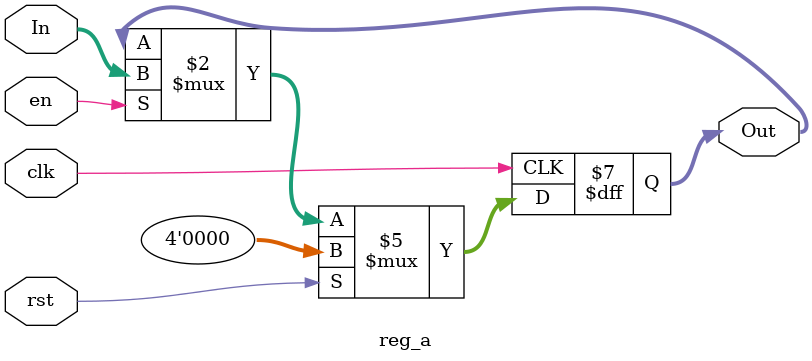
<source format=sv>
module reg_a(input logic clk, en, rst,input logic [3:0]In,output logic [3:0]Out);
	
	always_ff @(posedge clk) begin
		if (rst)
			Out <= 4'b0;
		else if(en)
			Out <= In;
	end
	
endmodule

</source>
